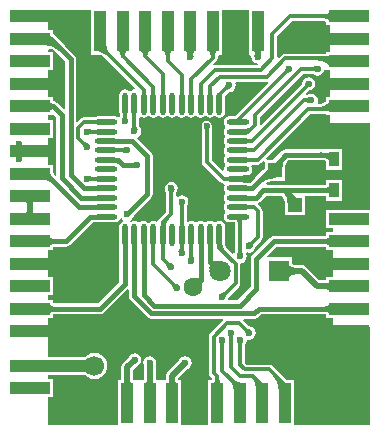
<source format=gtl>
G04*
G04 #@! TF.GenerationSoftware,Altium Limited,Altium Designer,22.2.1 (43)*
G04*
G04 Layer_Physical_Order=1*
G04 Layer_Color=204*
%FSTAX25Y25*%
%MOIN*%
G70*
G04*
G04 #@! TF.SameCoordinates,2F0A99F2-06B0-42B4-AD1F-80CD01153156*
G04*
G04*
G04 #@! TF.FilePolarity,Positive*
G04*
G01*
G75*
%ADD16C,0.01181*%
%ADD17R,0.03500X0.05000*%
%ADD18R,0.04724X0.05118*%
%ADD19R,0.13780X0.04016*%
%ADD20R,0.04016X0.13780*%
%ADD21O,0.07480X0.01772*%
%ADD22O,0.01772X0.07480*%
%ADD34C,0.01968*%
%ADD35C,0.01575*%
%ADD36C,0.06299*%
%ADD37C,0.03937*%
%ADD38R,0.06693X0.06693*%
%ADD39C,0.06693*%
%ADD40R,0.07087X0.07087*%
%ADD41C,0.07087*%
%ADD42C,0.02362*%
G36*
X0106696Y0135866D02*
X010711Y0135534D01*
Y0134492D01*
X01085D01*
Y0125508D01*
X010711D01*
Y0125122D01*
X010438D01*
X0104282Y0125131D01*
Y0125122D01*
X00937D01*
X0093079Y0124998D01*
X0092553Y0124647D01*
X0091541Y0123635D01*
X0091041Y0123842D01*
Y0131048D01*
X0095872Y0135878D01*
X0106221D01*
X0106696Y0135866D01*
D02*
G37*
G36*
X0081492Y012461D02*
X0082003D01*
X0082321Y0124224D01*
X0082276Y0124D01*
X0082446Y0123149D01*
X0082928Y0122427D01*
X0083649Y0121946D01*
X0084275Y0121821D01*
X0084539Y0121346D01*
X0084544Y0121296D01*
X0084499Y0121222D01*
X0070096D01*
X0070004Y0121203D01*
X0069758Y0121664D01*
X0070647Y0122553D01*
X0070998Y0123079D01*
X0071122Y01237D01*
Y0123721D01*
X0071134Y0124196D01*
X0071466Y012461D01*
X0072508D01*
Y0139579D01*
X0081492D01*
Y012461D01*
D02*
G37*
G36*
X01085Y0110508D02*
X010711D01*
Y0108957D01*
X0106902Y0108798D01*
X0105638Y0108274D01*
X0104742Y0108156D01*
X0104452Y0108622D01*
X010447Y0108649D01*
X0104639Y01095D01*
X010447Y0110351D01*
X0103988Y0111073D01*
X0103267Y0111555D01*
X0102416Y0111724D01*
X0101564Y0111555D01*
X010103Y0111198D01*
X0100752Y0111251D01*
X0100626Y0111493D01*
X01006Y0111806D01*
X0101576Y0112783D01*
X0101616Y0112799D01*
X0102351Y0112945D01*
X0103073Y0113427D01*
X0103554Y0114149D01*
X0103724Y0115D01*
X0103554Y0115851D01*
X0103073Y0116572D01*
X0102351Y0117054D01*
X01015Y0117224D01*
X0100649Y0117054D01*
X0099928Y0116572D01*
X0099445Y0115851D01*
X0099299Y0115116D01*
X0099283Y0115076D01*
X0085602Y0101396D01*
X0085597Y0101396D01*
X0085122Y0101622D01*
Y0103828D01*
X0099672Y0118378D01*
X0102986D01*
X0103026Y0118362D01*
X0103649Y0117946D01*
X01045Y0117776D01*
X0105351Y0117946D01*
X0106072Y0118428D01*
X0106554Y0119149D01*
X0106619Y0119472D01*
X010711Y0119492D01*
Y0119492D01*
X01085D01*
Y0110508D01*
D02*
G37*
G36*
X0028992Y012461D02*
X0031843D01*
X0032Y0124579D01*
Y0124579D01*
X003201Y0124588D01*
X0032584Y0124473D01*
X0033034Y0124173D01*
Y0124173D01*
X0033346Y012384D01*
X0033356Y012385D01*
X0033356Y012385D01*
X0043538Y0113668D01*
X0043296Y0113203D01*
X0042666Y0113078D01*
X004216Y011274D01*
X0041827Y0112692D01*
X0041493Y011274D01*
X0040988Y0113078D01*
X0040252Y0113224D01*
X0039516Y0113078D01*
X0038892Y0112661D01*
X0038475Y0112037D01*
X0038329Y0111302D01*
Y0105593D01*
X0038475Y0104857D01*
X0038578Y0104703D01*
Y0104014D01*
X0038562Y0103974D01*
X0037886Y0103862D01*
X0037643Y0104025D01*
X0036907Y0104171D01*
X0031198D01*
X0030463Y0104025D01*
X0030231Y010387D01*
X00265D01*
X0025879Y0103746D01*
X0025353Y0103395D01*
X0024384Y0102426D01*
X0023922Y0102617D01*
Y01234D01*
X0023922Y01234D01*
X0023784Y0124097D01*
X0023389Y0124689D01*
X002037Y0127707D01*
X002037Y0127707D01*
X0020379Y0127716D01*
X0020279Y0127798D01*
X0020016Y0128061D01*
X0016789Y0131289D01*
X001639Y0131555D01*
Y0133008D01*
X00145D01*
Y0139D01*
X0014383Y0139117D01*
X0014574Y0139579D01*
X0028992D01*
Y012461D01*
D02*
G37*
G36*
X0015775Y0126496D02*
X0016856Y0125918D01*
X0017684Y0125239D01*
X0020278Y0122645D01*
Y0106706D01*
X0019816Y0106515D01*
X0017541Y0108789D01*
X001695Y0109184D01*
X001639Y0109295D01*
Y0110508D01*
X00145D01*
Y0119492D01*
X001639D01*
Y0125508D01*
X00145D01*
Y012636D01*
X0015Y0126731D01*
X0015775Y0126496D01*
D02*
G37*
G36*
X010711Y0104492D02*
X01085D01*
Y0102D01*
X0122079D01*
Y0073008D01*
X010711D01*
Y0066992D01*
X01095D01*
Y0065508D01*
X010711D01*
Y0064322D01*
X00899D01*
X00899Y0064322D01*
X0089203Y0064184D01*
X0088611Y0063789D01*
X0082711Y0057889D01*
X0082316Y0057297D01*
X0082178Y00566D01*
X0082178Y00566D01*
Y0047392D01*
X007773Y0042944D01*
X0075007D01*
X0074693Y0043444D01*
X0074801Y0043984D01*
X0074817Y0044024D01*
X0078247Y0047453D01*
X0078598Y0047979D01*
X0078722Y00486D01*
Y0055D01*
X0078953Y0055346D01*
X0079451Y0055445D01*
X0080172Y0055927D01*
X0080655Y0056649D01*
X0080824Y00575D01*
X0080655Y0058351D01*
X0080545Y0058515D01*
X0080581Y005859D01*
X0080875Y005892D01*
X00816Y0058776D01*
X0082451Y0058946D01*
X0083173Y0059427D01*
X0083654Y0060149D01*
X0083801Y0060884D01*
X0083817Y0060924D01*
X0085647Y0062753D01*
X0085998Y0063279D01*
X0086122Y00639D01*
Y00725D01*
X0085998Y0073121D01*
X0085647Y0073647D01*
X0084455Y0074839D01*
X0084534Y0075283D01*
X0084599Y0075401D01*
X008514Y0075762D01*
X0087155Y0077778D01*
X0092648D01*
X0092905Y0077442D01*
X0093332Y0076412D01*
X0093437Y0075616D01*
X0093454Y007513D01*
X0093451Y0075054D01*
X0093463Y0074993D01*
X0093484Y0074649D01*
Y0071232D01*
X0100209D01*
Y0077778D01*
X010711D01*
Y00761D01*
X011261D01*
Y00831D01*
X010711D01*
Y0081423D01*
X00935D01*
X00935Y0081423D01*
X00935Y0081423D01*
X0087528D01*
X0087402Y0081923D01*
X0087874Y0082175D01*
X0088991Y0082514D01*
X009014Y0082627D01*
X0090153Y0082615D01*
Y0082615D01*
X009033Y008265D01*
X0093516D01*
Y0086229D01*
X0093551Y0086405D01*
X0093551D01*
X0093526Y0086433D01*
X0093694Y0087705D01*
X0094195Y0088916D01*
X0094703Y0089578D01*
X0105693D01*
X0106469Y0089475D01*
X010721Y0089169D01*
Y00863D01*
X011271D01*
Y00933D01*
X010721D01*
Y0093222D01*
X00939D01*
X00939Y0093222D01*
X0093203Y0093084D01*
X0092611Y0092689D01*
X0092436Y0092513D01*
X0092431Y0092518D01*
X0092388Y0092466D01*
X008969Y0089768D01*
X0087514D01*
X0087323Y009023D01*
X0101972Y0104878D01*
X0104282D01*
Y0104869D01*
X010438Y0104878D01*
X010711D01*
Y0104492D01*
D02*
G37*
G36*
X0088087Y0115381D02*
X0076877Y0104171D01*
X0075093D01*
X0074357Y0104025D01*
X0073733Y0103608D01*
X0073317Y0102984D01*
X007317Y0102248D01*
X0073317Y0101512D01*
X0073733Y0100889D01*
Y0100458D01*
X0073317Y0099834D01*
X007317Y0099098D01*
X0073317Y0098363D01*
X0073654Y0097857D01*
X0073702Y0097524D01*
X0073654Y009719D01*
X0073317Y0096685D01*
X007317Y0095949D01*
X0073317Y0095213D01*
X0073654Y0094707D01*
X0073702Y0094374D01*
X0073654Y0094041D01*
X0073317Y0093535D01*
X007317Y0092799D01*
X0073317Y0092063D01*
X0073654Y0091558D01*
X0073702Y0091224D01*
X0073654Y0090891D01*
X0073317Y0090385D01*
X007317Y008965D01*
X0073317Y0088914D01*
X0073654Y0088408D01*
X0073702Y0088075D01*
X0073654Y0087741D01*
X0073317Y0087236D01*
X007317Y00865D01*
X0073212Y0086288D01*
X0072751Y0086042D01*
X0069122Y0089672D01*
Y0101D01*
X0068998Y0101621D01*
X0068647Y0102147D01*
X0068121Y0102498D01*
X00675Y0102622D01*
X0066879Y0102498D01*
X0066353Y0102147D01*
X0066002Y0101621D01*
X0065978Y01015D01*
D01*
X0065878Y0101D01*
D01*
Y0089D01*
X0066002Y0088379D01*
X0066353Y0087853D01*
X0072003Y0082204D01*
X0072529Y0081852D01*
X007315Y0081729D01*
X0073244D01*
X0073512Y0081229D01*
X0073317Y0080937D01*
X007317Y0080201D01*
X0073317Y0079465D01*
X0073654Y0078959D01*
X0073702Y0078626D01*
X0073654Y0078293D01*
X0073317Y0077787D01*
X007317Y0077051D01*
X0073317Y0076315D01*
X0073654Y007581D01*
X0073702Y0075476D01*
X0073654Y0075143D01*
X0073317Y0074637D01*
X007317Y0073902D01*
X0073317Y0073166D01*
X0073654Y007266D01*
X0073702Y0072327D01*
X0073654Y0071993D01*
X0073317Y0071488D01*
X007317Y0070752D01*
X0073317Y0070016D01*
X0073733Y0069392D01*
X0074357Y0068976D01*
X0075093Y0068829D01*
X0076912D01*
X0076978Y0068497D01*
Y0059014D01*
X0076962Y0058974D01*
X0076627Y0058473D01*
X0076069Y0058324D01*
X0074256Y0060137D01*
X0073819Y0060792D01*
X0073655Y0061617D01*
X0073671Y0061698D01*
Y0067407D01*
X0073524Y0068143D01*
X0073108Y0068767D01*
X0072484Y0069183D01*
X0071748Y006933D01*
X0071012Y0069183D01*
X0070507Y0068846D01*
X0070173Y0068798D01*
X006984Y0068846D01*
X0069334Y0069183D01*
X0068598Y006933D01*
X0067863Y0069183D01*
X0067357Y0068846D01*
X0067024Y0068798D01*
X006669Y0068846D01*
X0066185Y0069183D01*
X0065449Y006933D01*
X0064713Y0069183D01*
X0064207Y0068846D01*
X0063874Y0068798D01*
X0063541Y0068846D01*
X0063035Y0069183D01*
X0062299Y006933D01*
X0061563Y0069183D01*
X0061271Y0068988D01*
X0060771Y0069256D01*
Y0073624D01*
X006078Y007412D01*
X0060794Y0074153D01*
X0060792Y0074156D01*
X0061255Y0074849D01*
X0061424Y00757D01*
X0061255Y0076551D01*
X0060773Y0077272D01*
X0060051Y0077754D01*
X00592Y0077924D01*
X0058349Y0077754D01*
X0057822Y0077402D01*
X0057322Y0077646D01*
Y0078686D01*
X0057338Y0078726D01*
X0057754Y0079349D01*
X0057924Y00802D01*
X0057754Y0081051D01*
X0057272Y0081773D01*
X0056551Y0082254D01*
X00557Y0082424D01*
X0054849Y0082254D01*
X0054128Y0081773D01*
X0053645Y0081051D01*
X0053476Y00802D01*
X0053645Y0079349D01*
X0054062Y0078726D01*
X0054078Y0078686D01*
Y0072372D01*
X0053228Y0071522D01*
X0053228Y0071522D01*
X0053215Y0071535D01*
X0053127Y0071421D01*
X0051704Y0069997D01*
X0051352Y0069471D01*
X00513Y0069208D01*
X0050744Y0068978D01*
X0050437Y0069183D01*
X0049701Y006933D01*
X0048965Y0069183D01*
X0048341Y0068767D01*
X0047911D01*
X0047287Y0069183D01*
X0046551Y006933D01*
X0045815Y0069183D01*
X004531Y0068846D01*
X0044976Y0068798D01*
X0044643Y0068846D01*
X0044137Y0069183D01*
X0043402Y006933D01*
X0042666Y0069183D01*
X0042195Y0068869D01*
X004183Y0068985D01*
X0041847Y0069363D01*
X004186Y0069452D01*
X0042573Y0069928D01*
X0043055Y0070649D01*
X0043136Y0071059D01*
X0048989Y0076911D01*
X0048989Y0076911D01*
X0049384Y0077503D01*
X0049522Y00782D01*
X0049522Y00782D01*
Y0090944D01*
X0049522Y0090944D01*
X0049384Y0091642D01*
X0048989Y0092233D01*
X0048989Y0092233D01*
X0044415Y0096807D01*
X004451Y0097419D01*
X0044973Y0097728D01*
X0045455Y0098449D01*
X0045624Y00993D01*
X0045455Y0100151D01*
X0045038Y0100774D01*
X0045022Y0100814D01*
X0045022Y0103745D01*
X0045522Y0104012D01*
X0045815Y0103816D01*
X0046551Y010367D01*
X0047287Y0103816D01*
X0047911Y0104233D01*
X0048341D01*
X0048965Y0103816D01*
X0049701Y010367D01*
X0050437Y0103816D01*
X0050942Y0104154D01*
X0051276Y0104202D01*
X0051609Y0104154D01*
X0052115Y0103816D01*
X005285Y010367D01*
X0053586Y0103816D01*
X005421Y0104233D01*
X005464D01*
X0055264Y0103816D01*
X0056Y010367D01*
X0056736Y0103816D01*
X0057241Y0104154D01*
X0057575Y0104202D01*
X0057908Y0104154D01*
X0058414Y0103816D01*
X005915Y010367D01*
X0059885Y0103816D01*
X0060391Y0104154D01*
X0060724Y0104202D01*
X0061058Y0104154D01*
X0061563Y0103816D01*
X0062299Y010367D01*
X0063035Y0103816D01*
X0063659Y0104233D01*
X0064089D01*
X0064713Y0103816D01*
X0065449Y010367D01*
X0066185Y0103816D01*
X006669Y0104154D01*
X0067024Y0104202D01*
X0067357Y0104154D01*
X0067863Y0103816D01*
X0068598Y010367D01*
X0069334Y0103816D01*
X006984Y0104154D01*
X0070173Y0104202D01*
X0070507Y0104154D01*
X0071012Y0103816D01*
X0071748Y010367D01*
X0072484Y0103816D01*
X0073108Y0104233D01*
X0073524Y0104857D01*
X0073671Y0105593D01*
Y0110877D01*
X0075076Y0112283D01*
X0075116Y0112299D01*
X0075851Y0112445D01*
X0076573Y0112927D01*
X0077055Y0113649D01*
X0077224Y01145D01*
X0077065Y0115297D01*
X0077099Y0115446D01*
X0077287Y0115797D01*
X0087619D01*
X0087841Y0115841D01*
X0088087Y0115381D01*
D02*
G37*
G36*
X001639Y0104492D02*
Y0104492D01*
X0016837Y0104338D01*
X0017386Y0103789D01*
Y0084644D01*
X0016924Y0084453D01*
X001681Y0084567D01*
X0016463Y0084924D01*
X0016432Y0085D01*
X001639Y0085486D01*
Y0088008D01*
X00145D01*
Y0096992D01*
X001639D01*
Y0103008D01*
X00145D01*
Y0104492D01*
X001639D01*
X001639Y0104492D01*
D02*
G37*
G36*
X0086791Y0089045D02*
Y0086869D01*
X0086141Y0086218D01*
X0086052Y008615D01*
X0086062Y008614D01*
X0083454Y0083532D01*
X0083366Y0083459D01*
X0083374Y0083451D01*
X0081946Y0082023D01*
X0081306D01*
X0080802Y0082124D01*
X0079642D01*
X0079374Y0082624D01*
X0079445Y008273D01*
X0079569Y008335D01*
X0079445Y0083971D01*
X0079374Y0084077D01*
X0079642Y0084577D01*
X0080802D01*
X0081537Y0084724D01*
X0082161Y008514D01*
X0082578Y0085764D01*
X0082724Y00865D01*
X0082578Y0087236D01*
X0082383Y0087528D01*
X008265Y0088028D01*
X008445D01*
X008507Y0088151D01*
X0085596Y0088503D01*
X0086329Y0089236D01*
X0086791Y0089045D01*
D02*
G37*
G36*
X0039428Y0069928D02*
X0039718Y0069733D01*
X0039612Y0069203D01*
X0039516Y0069183D01*
X0038892Y0068767D01*
X0038475Y0068143D01*
X0038329Y0067407D01*
Y0061698D01*
X0038429Y0061194D01*
Y0049007D01*
X0031245Y0041822D01*
X001639D01*
Y0043008D01*
X00145D01*
Y0044492D01*
X001639D01*
Y0050508D01*
X00145D01*
Y0059492D01*
X001639D01*
Y0060678D01*
X00205D01*
X00205Y0060678D01*
X0021197Y0060816D01*
X0021789Y0061211D01*
X0029507Y0068929D01*
X0030694D01*
X0031198Y0068829D01*
X0036907D01*
X0037643Y0068976D01*
X0038267Y0069392D01*
X0038684Y0070016D01*
X0038703Y0070112D01*
X0039233Y0070218D01*
X0039428Y0069928D01*
D02*
G37*
G36*
X010711Y0059492D02*
X01095D01*
Y0050508D01*
X010711D01*
Y0049523D01*
X0105038D01*
X0100531Y0054031D01*
X0099874Y0054469D01*
X00991Y0054623D01*
X0097721D01*
Y0054624D01*
X0097714Y0054623D01*
X0097534D01*
X0096639Y0054741D01*
X0096086Y005497D01*
Y0057143D01*
X0087774D01*
X0087582Y0057605D01*
X0090655Y0060678D01*
X010711D01*
Y0059492D01*
D02*
G37*
G36*
X0041579Y0046295D02*
Y0044157D01*
X0041579Y0044157D01*
X0041718Y004346D01*
X0042113Y0042869D01*
X004777Y0037211D01*
X004777Y0037211D01*
X0048361Y0036816D01*
X0049059Y0036678D01*
X0049059Y0036678D01*
X0072777D01*
X0072984Y0036178D01*
X0068653Y0031847D01*
X0068302Y0031321D01*
X0068178Y00307D01*
Y00187D01*
X0068302Y0018079D01*
X0068653Y0017553D01*
X0069039Y0017168D01*
X0069315Y001686D01*
X0069287Y0016705D01*
X0069034Y001639D01*
X0067992D01*
Y0001421D01*
X0059008D01*
Y001639D01*
X0058023D01*
Y0016893D01*
X0061065Y0019934D01*
X006112Y0019945D01*
X0061842Y0020427D01*
X0062324Y0021149D01*
X0062493Y0022D01*
X0062324Y0022851D01*
X0061842Y0023573D01*
X006112Y0024055D01*
X0060269Y0024224D01*
X0059418Y0024055D01*
X0058697Y0023573D01*
X0058214Y0022851D01*
X0058204Y0022795D01*
X0054569Y0019162D01*
X0054131Y0018505D01*
X0053977Y0017731D01*
Y001639D01*
X0050523D01*
Y0021102D01*
X0050555Y0021149D01*
X0050724Y0022D01*
X0050555Y0022851D01*
X0050072Y0023573D01*
X0049351Y0024055D01*
X00485Y0024224D01*
X0047649Y0024055D01*
X0046927Y0023573D01*
X0046445Y0022851D01*
X0046276Y0022D01*
X0046445Y0021149D01*
X0046477Y0021102D01*
Y001639D01*
X0043023D01*
Y0019662D01*
X0044295Y0020934D01*
X0044351Y0020945D01*
X0045072Y0021428D01*
X0045555Y0022149D01*
X0045724Y0023D01*
X0045555Y0023851D01*
X0045072Y0024573D01*
X0044351Y0025055D01*
X00435Y0025224D01*
X0042649Y0025055D01*
X0041927Y0024573D01*
X0041445Y0023851D01*
X0041434Y0023796D01*
X0039569Y0021931D01*
X0039131Y0021274D01*
X0038977Y00205D01*
Y001639D01*
X0037992D01*
Y0001421D01*
X00145D01*
Y0010492D01*
X001639D01*
Y0016508D01*
X00145D01*
Y0017992D01*
X001639D01*
Y0018006D01*
X0026819D01*
X00269Y00179D01*
X0027808Y0017203D01*
X0028865Y0016765D01*
X003Y0016616D01*
X0031135Y0016765D01*
X0032192Y0017203D01*
X00331Y00179D01*
X0033797Y0018808D01*
X0034235Y0019865D01*
X0034384Y0021D01*
X0034235Y0022135D01*
X0033797Y0023192D01*
X00331Y00241D01*
X0032192Y0024797D01*
X0031135Y0025235D01*
X003Y0025384D01*
X0028865Y0025235D01*
X0027808Y0024797D01*
X00269Y00241D01*
X0026819Y0023994D01*
X001639D01*
Y0024008D01*
X00145D01*
Y0036992D01*
X001639D01*
Y0038178D01*
X0032D01*
X0032Y0038178D01*
X0032697Y0038316D01*
X0033289Y0038711D01*
X0041079Y0046502D01*
X0041579Y0046295D01*
D02*
G37*
G36*
X010711Y0036992D02*
X01095D01*
Y0035D01*
X01105Y0034D01*
X0122079D01*
Y0001421D01*
X0096508D01*
Y001639D01*
X0094104D01*
X0093392Y0017102D01*
X0093322Y0017193D01*
X0093311Y0017182D01*
X0091649Y0018845D01*
X0091356Y0019137D01*
X0091301Y0019204D01*
X0091295Y0019198D01*
X0089547Y0020947D01*
X0089021Y0021298D01*
X00884Y0021422D01*
X0080772D01*
X0080222Y0021972D01*
Y0027986D01*
X0080238Y0028026D01*
X0080655Y0028649D01*
X0080816Y0029461D01*
X0080824Y00295D01*
X0081265Y0029843D01*
X00816Y0029776D01*
X0082451Y0029945D01*
X0083173Y0030428D01*
X0083654Y0031149D01*
X0083824Y0032D01*
X0083654Y0032851D01*
X0083173Y0033573D01*
X0082451Y0034055D01*
X0081716Y0034201D01*
X0081676Y0034217D01*
X0079716Y0036178D01*
X0079923Y0036678D01*
X00834D01*
X00834Y0036678D01*
X0084097Y0036816D01*
X0084689Y0037211D01*
X0085655Y0038178D01*
X010711D01*
Y0036992D01*
D02*
G37*
D16*
X00726Y0044691D02*
G03*
X0073608Y0045108I0J0001426D01*
G01*
D02*
G03*
X007319Y00441I0001008J-0001008D01*
G01*
X0039782Y0102918D02*
G03*
X00402Y0103926I-0001008J0001008D01*
G01*
D02*
G03*
X0040618Y0102918I0001426J0D01*
G01*
X0028016Y0083816D02*
G03*
X0029024Y0083398I0001008J0001008D01*
G01*
D02*
G03*
X0028016Y0082981I0J-0001426D01*
G01*
X0056118Y0079782D02*
G03*
X00557Y0078774I0001008J-0001008D01*
G01*
D02*
G03*
X0055282Y0079782I-0001426J0D01*
G01*
X0042983Y0099718D02*
G03*
X00434Y0100725I-0001007J0001007D01*
G01*
Y0100727D02*
G03*
X0043818Y0099717I0001427J-0D01*
G01*
X0040582Y0092382D02*
G03*
X0039576Y0092799I-0001006J-0001006D01*
G01*
X0039572D02*
G03*
X0040582Y0093218I0J0001428D01*
G01*
X005691Y0047D02*
G03*
X0056492Y0048008I-0001426J0D01*
G01*
D02*
G03*
X00575Y0047591I0001008J0001008D01*
G01*
X0054909Y0054D02*
G03*
X0054492Y0055008I-0001426J0D01*
G01*
D02*
G03*
X00555Y005459I0001008J0001008D01*
G01*
X0095Y0119409D02*
G03*
X0093992Y0118992I0J-0001426D01*
G01*
D02*
G03*
X009441Y012I-0001008J0001008D01*
G01*
X0104082Y0119582D02*
G03*
X0103074Y012I-0001008J-0001008D01*
G01*
D02*
G03*
X0104082Y0120418I0J0001426D01*
G01*
X0101998Y0109082D02*
G03*
X010099Y01095I-0001008J-0001008D01*
G01*
D02*
G03*
X0101998Y0109918I0J0001426D01*
G01*
X0061882Y0056518D02*
G03*
X0062299Y0057524I-0001006J0001006D01*
G01*
Y0057528D02*
G03*
X0062718Y0056518I0001428J0D01*
G01*
X0078182Y0057918D02*
G03*
X00786Y0058926I-0001008J0001008D01*
G01*
D02*
G03*
X0079018Y0057918I0001426J0D01*
G01*
X0027008Y0094098D02*
G03*
X002659Y0095107I-0001426J0D01*
G01*
D02*
G03*
X0027598Y0094689I0001008J0001008D01*
G01*
X0028016Y0099516D02*
G03*
X0029024Y0099098I0001008J0001008D01*
G01*
D02*
G03*
X0028016Y0098681I0J-0001426D01*
G01*
X0075Y0113909D02*
G03*
X0073992Y0113492I0J-0001426D01*
G01*
D02*
G03*
X007441Y01145I-0001008J0001008D01*
G01*
X0084205Y0124511D02*
G03*
X0084788Y0125272I-0000626J0001084D01*
G01*
X0084852Y0125509D02*
G03*
X0085011Y0124295I0001545J-0000414D01*
G01*
X0084082Y0124418D02*
G03*
X00845Y0125426I-0001008J0001008D01*
G01*
D02*
G03*
X0084918Y0124418I0001426J0D01*
G01*
X0083989Y0124295D02*
G03*
X0084148Y0125509I-0001385J00008D01*
G01*
X0084212Y0125272D02*
G03*
X0084795Y0124511I0001209J0000324D01*
G01*
X0059618Y0075282D02*
G03*
X005915Y0074153I000113J-000113D01*
G01*
Y0074396D02*
G03*
X0058782Y0075282I-0001254J0D01*
G01*
X0058732Y0059118D02*
G03*
X005915Y0060126I-0001008J0001008D01*
G01*
D02*
G03*
X0059567Y0059118I0001426J0D01*
G01*
X01015Y0114409D02*
G03*
X0100492Y0113992I0J-0001426D01*
G01*
D02*
G03*
X0100909Y0115I-0001008J0001008D01*
G01*
X00816Y006159D02*
G03*
X0082608Y0062008I0J0001426D01*
G01*
D02*
G03*
X0082191Y0061I0001008J-0001008D01*
G01*
X0076018Y0031582D02*
G03*
X00756Y0030574I0001008J-0001008D01*
G01*
D02*
G03*
X0075182Y0031582I-0001426J0D01*
G01*
X008101Y0032D02*
G03*
X0080592Y0033008I-0001426J0D01*
G01*
D02*
G03*
X00816Y0032591I0001008J0001008D01*
G01*
X0079018Y0029082D02*
G03*
X00786Y0028074I0001008J-0001008D01*
G01*
D02*
G03*
X0078182Y0029082I-0001426J0D01*
G01*
X0073018D02*
G03*
X00726Y0028074I0001008J-0001008D01*
G01*
D02*
G03*
X0072182Y0029082I-0001426J0D01*
G01*
X0054375Y0070375D02*
G03*
X0053146Y0067407I0002968J-0002968D01*
G01*
X0072043Y0061698D02*
G03*
X0073204Y0058896I0003963J0D01*
G01*
X00786Y0068463D02*
G03*
X0077738Y0070543I-0002942J0D01*
G01*
X0080802Y0099394D02*
G03*
X0081907Y0099852I0J0001564D01*
G01*
X0033417Y0127618D02*
G03*
X0034503Y0124997I0003707J0D01*
G01*
X0034218Y0125282D02*
G03*
X0032Y0126201I-0002218J-0002218D01*
G01*
X0040501Y0126615D02*
G03*
X00395Y01242I0002411J-0002415D01*
G01*
D02*
G03*
X0038499Y0126615I-0003413J0D01*
G01*
X0048001D02*
G03*
X0047Y01242I0002411J-0002415D01*
G01*
D02*
G03*
X0045999Y0126615I-0003413J0D01*
G01*
X0055502Y0126616D02*
G03*
X00545Y0124196I000242J-000242D01*
G01*
D02*
G03*
X0053498Y0126616I-0003422J0D01*
G01*
X0070502D02*
G03*
X00695Y0124196I000242J-000242D01*
G01*
D02*
G03*
X0068498Y0126616I-0003422J0D01*
G01*
X0085502D02*
G03*
X00845Y0124196I000242J-000242D01*
G01*
D02*
G03*
X0083498Y0126616I-0003422J0D01*
G01*
X0107134Y01065D02*
G03*
X0109951Y0107667I0J0003985D01*
G01*
X0104282Y01065D02*
G03*
X0109116Y0108502I0J0006836D01*
G01*
X0109951Y0122333D02*
G03*
X0107134Y01235I-0002818J-0002818D01*
G01*
X0109116Y0121498D02*
G03*
X0104282Y01235I-0004834J-0004834D01*
G01*
X0109116Y0136498D02*
G03*
X0106696Y01375I-000242J-000242D01*
G01*
D02*
G03*
X0109116Y0138502I0J0003422D01*
G01*
X0085764Y0013394D02*
G03*
X0084862Y0015738I-0003091J0000156D01*
G01*
X0084584Y0013453D02*
G03*
X0082981Y0017619I-0005491J0000278D01*
G01*
X0093264Y0013382D02*
G03*
X0092165Y0016035I-0003752J0D01*
G01*
X0092083Y0013382D02*
G03*
X0090148Y0018052I-0006604J0D01*
G01*
X0077083Y0013382D02*
G03*
X0075997Y0016003I-0003707J0D01*
G01*
X0076282Y0015718D02*
G03*
X00785Y0014799I0002218J0002218D01*
G01*
X0069998Y0014384D02*
G03*
X0071Y0016804I-000242J000242D01*
G01*
D02*
G03*
X0072002Y0014384I0003422J0D01*
G01*
X0071748Y0060352D02*
X00771Y0055D01*
X0071748Y0060352D02*
Y0064553D01*
X0077947Y0070752D02*
X00786Y0070099D01*
Y00575D02*
Y0070099D01*
X00845Y00639D02*
Y00725D01*
X00816Y0061D02*
X00845Y00639D01*
X00784Y00352D02*
X00816Y0032D01*
X00743Y00352D02*
X00784D01*
X00786Y00213D02*
Y00295D01*
X00756Y0020716D02*
X0078697Y0017619D01*
X00756Y0020716D02*
Y0032D01*
X0078697Y0017619D02*
X0082981D01*
X00786Y00213D02*
X00801Y00198D01*
X00884D01*
X00935Y00147D01*
Y00085D02*
Y00147D01*
X0082981Y0017619D02*
X0086Y00146D01*
X00785Y00085D02*
Y00135D01*
X0086Y00085D02*
Y00146D01*
X0082449Y0095949D02*
X01015Y0115D01*
X01013Y01065D02*
X01139D01*
X008445Y008965D02*
X01013Y01065D01*
X00999Y01095D02*
X0102416D01*
X0083199Y0092799D02*
X00999Y01095D01*
X0077947Y0092799D02*
X0083199D01*
X0077947Y008965D02*
X008445D01*
X0065449Y0114953D02*
X0070096Y01196D01*
X0114Y01065D02*
X0115Y01075D01*
X0041Y00085D02*
Y0009D01*
X005285Y0064553D02*
Y006885D01*
X0108361Y00914D02*
X010996Y00898D01*
X00247Y0100448D02*
X00265Y0102248D01*
X00247Y0096997D02*
Y0100448D01*
Y0096997D02*
X0027598Y0094098D01*
X0114Y01235D02*
X0115Y01225D01*
X00937Y01235D02*
X0114D01*
X0087619Y0117419D02*
X00937Y01235D01*
X00695Y01237D02*
Y01325D01*
X0062299Y0116499D02*
X00695Y01237D01*
X0062299Y0108447D02*
Y0116499D01*
X0071871Y0117419D02*
X0087619D01*
X0068598Y0114146D02*
X0071871Y0117419D01*
X0068598Y0108447D02*
Y0114146D01*
X00845Y0124D02*
Y01325D01*
X0071748Y0111248D02*
X0075Y01145D01*
X0071748Y0108447D02*
Y0111248D01*
X0065449Y0108447D02*
Y0114953D01*
X00402Y0108395D02*
X0040252Y0108447D01*
X00402Y01025D02*
Y0108395D01*
X00434Y00993D02*
X0043402Y0108447D01*
X00265Y0102248D02*
X0034053D01*
Y0092799D02*
X0041D01*
X0027598Y0099098D02*
X0034053D01*
X0032Y01275D02*
X0046551Y0112949D01*
Y0108447D02*
Y0112949D01*
X0083098Y0073902D02*
X00845Y00725D01*
X0077947Y0073902D02*
X0083098D01*
X0062299Y00561D02*
Y0064553D01*
X005915Y0108447D02*
Y011785D01*
X00545Y01225D02*
X005915Y011785D01*
X00545Y01225D02*
Y01325D01*
X005285Y0108447D02*
Y011835D01*
X0047Y01242D02*
X005285Y011835D01*
X0047Y01242D02*
Y01325D01*
X0032Y01275D02*
Y01325D01*
X0049701Y0108447D02*
Y0113999D01*
X00395Y01242D02*
X0049701Y0113999D01*
X00395Y01242D02*
Y01325D01*
X0077947Y0095949D02*
X0082449D01*
X0070096Y01196D02*
X008552D01*
X008942Y01235D01*
X00952Y01375D02*
X0115D01*
X008942Y013172D02*
X00952Y01375D01*
X008942Y01235D02*
Y013172D01*
X00771Y00486D02*
Y0055D01*
X00726Y00194D02*
Y00295D01*
Y00194D02*
X00785Y00135D01*
X00698Y00307D02*
X00743Y00352D01*
X0071Y00085D02*
Y00175D01*
X00698Y00187D02*
X0071Y00175D01*
X00698Y00187D02*
Y00307D01*
X005915Y00587D02*
Y0064553D01*
X005285Y006885D02*
X00557Y00717D01*
X0027598Y0083398D02*
X0033898D01*
X005915Y0064553D02*
Y00757D01*
X00557Y00717D02*
Y00802D01*
X007315Y008335D02*
X0077947D01*
X00675Y0089D02*
X007315Y008335D01*
X00675Y0089D02*
Y0101D01*
X00726Y00441D02*
X00771Y00486D01*
X0049701Y0054799D02*
X00575Y0047D01*
X0049701Y0054799D02*
Y0064553D01*
X005285Y005665D02*
Y0064553D01*
Y005665D02*
X00555Y0054D01*
X0099Y012D02*
X01045D01*
X0077947Y0102947D02*
X0095Y012D01*
X0077947Y0102248D02*
Y0102947D01*
Y0099098D02*
X0081154D01*
X00835Y0101444D01*
Y01045D01*
X0099Y012D01*
D17*
X010996Y00898D02*
D03*
X011744D02*
D03*
X010986Y00796D02*
D03*
X0117341D02*
D03*
D18*
X0096846Y0074791D02*
D03*
Y0086209D02*
D03*
X0090153D02*
D03*
Y0074791D02*
D03*
D19*
X0115Y007D02*
D03*
Y00625D02*
D03*
Y0055D02*
D03*
X00085D02*
D03*
Y00625D02*
D03*
Y007D02*
D03*
X0115Y00475D02*
D03*
Y004D02*
D03*
Y00325D02*
D03*
X00085D02*
D03*
Y004D02*
D03*
Y00475D02*
D03*
Y0021D02*
D03*
Y00135D02*
D03*
Y00775D02*
D03*
Y0085D02*
D03*
Y00925D02*
D03*
Y01D02*
D03*
Y01075D02*
D03*
Y0115D02*
D03*
Y01225D02*
D03*
Y013D02*
D03*
Y01375D02*
D03*
X0115Y013D02*
D03*
Y01375D02*
D03*
Y0115D02*
D03*
Y01225D02*
D03*
Y01D02*
D03*
Y01075D02*
D03*
D20*
X0071Y00085D02*
D03*
X00785D02*
D03*
X0101D02*
D03*
X00935D02*
D03*
X0086D02*
D03*
X0041D02*
D03*
X00485D02*
D03*
X0056D02*
D03*
X00635D02*
D03*
X00845Y01325D02*
D03*
X0077D02*
D03*
X0062D02*
D03*
X00695D02*
D03*
X00545D02*
D03*
X0047D02*
D03*
X00395D02*
D03*
X0032D02*
D03*
D21*
X0034053Y0070752D02*
D03*
Y0073902D02*
D03*
Y0077051D02*
D03*
Y0080201D02*
D03*
Y008335D02*
D03*
Y00865D02*
D03*
Y008965D02*
D03*
Y0092799D02*
D03*
Y0095949D02*
D03*
Y0099098D02*
D03*
Y0102248D02*
D03*
X0077947Y0102248D02*
D03*
Y0099098D02*
D03*
Y0095949D02*
D03*
Y0092799D02*
D03*
Y008965D02*
D03*
Y00865D02*
D03*
Y008335D02*
D03*
Y0080201D02*
D03*
Y0077051D02*
D03*
Y0073902D02*
D03*
Y0070752D02*
D03*
D22*
X0040252Y0108447D02*
D03*
X0043402D02*
D03*
X0046551D02*
D03*
X0049701D02*
D03*
X005285D02*
D03*
X0056D02*
D03*
X005915D02*
D03*
X0062299D02*
D03*
X0065449D02*
D03*
X0068598D02*
D03*
X0071748D02*
D03*
Y0064553D02*
D03*
X0068598D02*
D03*
X0065449D02*
D03*
X0062299D02*
D03*
X005915D02*
D03*
X0056D02*
D03*
X005285D02*
D03*
X0049701D02*
D03*
X0046551D02*
D03*
X0043402D02*
D03*
X0040252D02*
D03*
D34*
X0062022Y0125228D02*
G03*
X006217Y0124098I0001438J-0000385D01*
G01*
X006183D02*
G03*
X0061978Y0125228I-0001289J0000744D01*
G01*
X0093352Y0054409D02*
G03*
X0097721Y00526I0004369J0004369D01*
G01*
D02*
G03*
X0093352Y0050791I0J-0006178D01*
G01*
X0062724Y0126894D02*
G03*
X0062Y0125147I0001747J-0001747D01*
G01*
D02*
G03*
X0061276Y0126894I-0002471J0D01*
G01*
X0009224Y0076776D02*
G03*
X00085Y0075029I0001747J-0001747D01*
G01*
D02*
G03*
X0007776Y0076776I-0002471J0D01*
G01*
X0055276Y0014106D02*
G03*
X0056Y0015853I-0001747J0001747D01*
G01*
D02*
G03*
X0056724Y0014106I0002471J0D01*
G01*
X0047776D02*
G03*
X00485Y0015853I-0001747J0001747D01*
G01*
D02*
G03*
X0049224Y0014106I0002471J0D01*
G01*
X0040276D02*
G03*
X0041Y0015853I-0001747J0001747D01*
G01*
D02*
G03*
X0041724Y0014106I0002471J0D01*
G01*
X0109394Y0046776D02*
G03*
X0107647Y00475I-0001747J-0001747D01*
G01*
D02*
G03*
X0109394Y0048224I0J0002471D01*
G01*
X0007776Y0070724D02*
G03*
X00085Y0072471I-0001747J0001747D01*
G01*
D02*
G03*
X0009224Y0070724I0002471J0D01*
G01*
X0062Y0124D02*
Y01325D01*
X00485Y00085D02*
Y0022D01*
X00085Y007D02*
Y00775D01*
X0041Y0009D02*
Y00205D01*
X00435Y0023D01*
X0056Y0017731D02*
X0060269Y0022D01*
X0056Y00085D02*
Y0017731D01*
X01042Y00475D02*
X0115D01*
X0091543Y00526D02*
X00991D01*
X01042Y00475D01*
D35*
X0069219Y0053395D02*
G03*
X0068599Y0055859I-0002371J0000714D01*
G01*
X0068599Y0055859D02*
G03*
X0071063Y0055239I0001751J0001751D01*
G01*
X0038685Y0088815D02*
G03*
X0036907Y0089551I-0001778J-0001778D01*
G01*
X0016393Y0129107D02*
G03*
X0013382Y0130354I-0003011J-0003011D01*
G01*
X0019081Y0126419D02*
G03*
X0013382Y0128779I-0005699J-0005699D01*
G01*
X0014438Y0130612D02*
G03*
X00155Y013I0001062J0000616D01*
G01*
D02*
G03*
X0014438Y0129388I0J-0001228D01*
G01*
X0014261Y0108347D02*
G03*
X0016253Y01075I0001992J0001919D01*
G01*
D02*
G03*
X0014261Y0106653I0J-0002766D01*
G01*
X0014602Y0085D02*
G03*
X001517Y008363I0001937J0D01*
G01*
X0016179Y0082621D02*
G03*
X0013382Y008378I-0002797J-0002797D01*
G01*
X0014245Y0040863D02*
G03*
X0016328Y004I0002083J0002083D01*
G01*
D02*
G03*
X0014245Y0039137I0J-0002946D01*
G01*
X0109255D02*
G03*
X0107172Y004I-0002083J-0002083D01*
G01*
D02*
G03*
X0109255Y0040863I0J0002946D01*
G01*
X0014245Y0063363D02*
G03*
X0016328Y00625I0002083J0002083D01*
G01*
D02*
G03*
X0014245Y0061637I0J-0002946D01*
G01*
X0109255D02*
G03*
X0107172Y00625I-0002083J-0002083D01*
G01*
D02*
G03*
X0109255Y0063363I0J0002946D01*
G01*
X0090153Y0086012D02*
G03*
X0087351Y0084851I0J-0003963D01*
G01*
X0090153Y0084437D02*
G03*
X0084663Y0082163I0J-0007765D01*
G01*
X0093724Y0091224D02*
G03*
X0091728Y0086405I0004819J-0004819D01*
G01*
X0095273Y0075054D02*
G03*
X00935Y00796I-0006066J0000253D01*
G01*
X0109179Y007892D02*
G03*
X0107536Y00796I-0001643J-0001643D01*
G01*
D02*
G03*
X0109179Y0080281I0J0002324D01*
G01*
X010928Y008987D02*
G03*
X0105585Y00914I-0003695J-0003695D01*
G01*
X0063946Y0049365D02*
G03*
X0065449Y0049649I0000543J0001244D01*
G01*
D02*
G03*
X0065165Y0048146I000096J-000096D01*
G01*
X0084Y0046637D02*
Y00566D01*
X00849Y004D02*
X0115D01*
X0084Y00566D02*
X00899Y00625D01*
X00205D02*
X0028752Y0070752D01*
X00085Y00625D02*
X00205D01*
X0028752Y0070752D02*
X0034053D01*
X00899Y00625D02*
X0115D01*
X00864Y00796D02*
X00935D01*
X0083851Y0077051D02*
X00864Y00796D01*
X0077947Y0077051D02*
X0083851D01*
X00935Y00796D02*
X0096846Y0076254D01*
Y0074791D02*
Y0076254D01*
X00935Y00796D02*
X010986D01*
X0041Y00715D02*
X00477Y00782D01*
X0063Y00472D02*
X0065449Y0049649D01*
Y0064553D01*
X0016253Y01075D02*
X0019209Y0104544D01*
X00085Y01075D02*
X0016253D01*
X00155Y013D02*
X00221Y01234D01*
Y00846D02*
Y01234D01*
X0068598Y0055859D02*
X0071858Y00526D01*
X0068598Y0055859D02*
Y0064553D01*
X0019209Y0083591D02*
Y0104544D01*
X00085Y0085D02*
X00138D01*
X00085Y004D02*
X0032D01*
X00085Y013D02*
X00155D01*
X0077947Y0080201D02*
X0082701D01*
X00939Y00914D01*
X0108361D01*
X0032Y004D02*
X0040252Y0048252D01*
Y0064553D01*
X0043402Y0044157D02*
Y0064553D01*
X0046551Y0044649D02*
Y0064553D01*
X00477Y00782D02*
Y0090944D01*
X0034053Y0095949D02*
X0042696D01*
X00477Y0090944D01*
X0024898Y0073902D02*
X0034053D01*
X0025749Y0077051D02*
X0034053D01*
X00138Y0085D02*
X0024898Y0073902D01*
X0019209Y0083591D02*
X0025749Y0077051D01*
X00221Y00846D02*
X0026499Y0080201D01*
X0034053D01*
Y008965D02*
X003785D01*
X00395Y0088D01*
X00443D01*
X0043402Y0044157D02*
X0049059Y00385D01*
X00834D02*
X00849Y004D01*
X0046551Y0044649D02*
X0050078Y0041122D01*
X0078485D02*
X0084Y0046637D01*
X0049059Y00385D02*
X00834D01*
X0050078Y0041122D02*
X0078485D01*
D36*
X0063Y00472D02*
D03*
Y00326D02*
D03*
D37*
X00085Y0021D02*
X003D01*
X00085Y00135D02*
X00102D01*
D38*
X003Y0011D02*
D03*
D39*
Y0021D02*
D03*
D40*
X0091543Y00526D02*
D03*
D41*
X0071858D02*
D03*
D42*
X00675Y0101D02*
D03*
X00985Y0133D02*
D03*
X00935Y0128D02*
D03*
X00835Y0113D02*
D03*
X00785Y0108D02*
D03*
X00585Y0098D02*
D03*
Y0088D02*
D03*
X00935Y0068D02*
D03*
X00985D02*
D03*
Y0058D02*
D03*
X0091Y0023D02*
D03*
X00985Y00355D02*
D03*
X01185Y0028D02*
D03*
X0066Y0003D02*
D03*
X00535Y00305D02*
D03*
X00185Y0028D02*
D03*
X00285Y0033D02*
D03*
X00235Y0053D02*
D03*
X0035Y00495D02*
D03*
X00215Y00155D02*
D03*
X00405Y00355D02*
D03*
X0005Y009D02*
D03*
Y0095D02*
D03*
X00185Y0115D02*
D03*
X00735Y0123D02*
D03*
X0038Y01155D02*
D03*
X00345Y0119D02*
D03*
X0103Y00985D02*
D03*
X0104Y00855D02*
D03*
Y0074D02*
D03*
X0086Y00345D02*
D03*
X00365Y00165D02*
D03*
X0024Y00475D02*
D03*
X00235Y01355D02*
D03*
X0025Y01305D02*
D03*
X00785Y0123D02*
D03*
X01075Y01275D02*
D03*
X0114Y0095D02*
D03*
Y00845D02*
D03*
X00985Y00945D02*
D03*
X0106Y0028D02*
D03*
X00895Y00275D02*
D03*
X0062Y0008D02*
D03*
X0103Y01035D02*
D03*
X01058Y0111D02*
D03*
X00726Y00295D02*
D03*
X00786D02*
D03*
X00816Y0032D02*
D03*
X00756D02*
D03*
X00816Y0061D02*
D03*
X01015Y0115D02*
D03*
X0062Y0124D02*
D03*
X005915Y00587D02*
D03*
X00485Y0022D02*
D03*
X00435Y0023D02*
D03*
X00592Y00757D02*
D03*
X00443Y0088D02*
D03*
X00845Y0124D02*
D03*
X0075Y01145D02*
D03*
X012Y00475D02*
D03*
Y007D02*
D03*
X0027598Y0099098D02*
D03*
Y0094098D02*
D03*
X00786Y00575D02*
D03*
X00623Y00561D02*
D03*
X00102Y00135D02*
D03*
X00052D02*
D03*
X00035Y00475D02*
D03*
X0102416Y01095D02*
D03*
X00135Y00775D02*
D03*
Y01D02*
D03*
Y01225D02*
D03*
X01045Y012D02*
D03*
X0095D02*
D03*
X00555Y0054D02*
D03*
X00575Y0047D02*
D03*
X0060269Y0022D02*
D03*
X0041Y00928D02*
D03*
X00434Y00993D02*
D03*
X0041Y00715D02*
D03*
X00557Y00802D02*
D03*
X0027598Y0083398D02*
D03*
X00402Y01025D02*
D03*
X00726Y00441D02*
D03*
M02*

</source>
